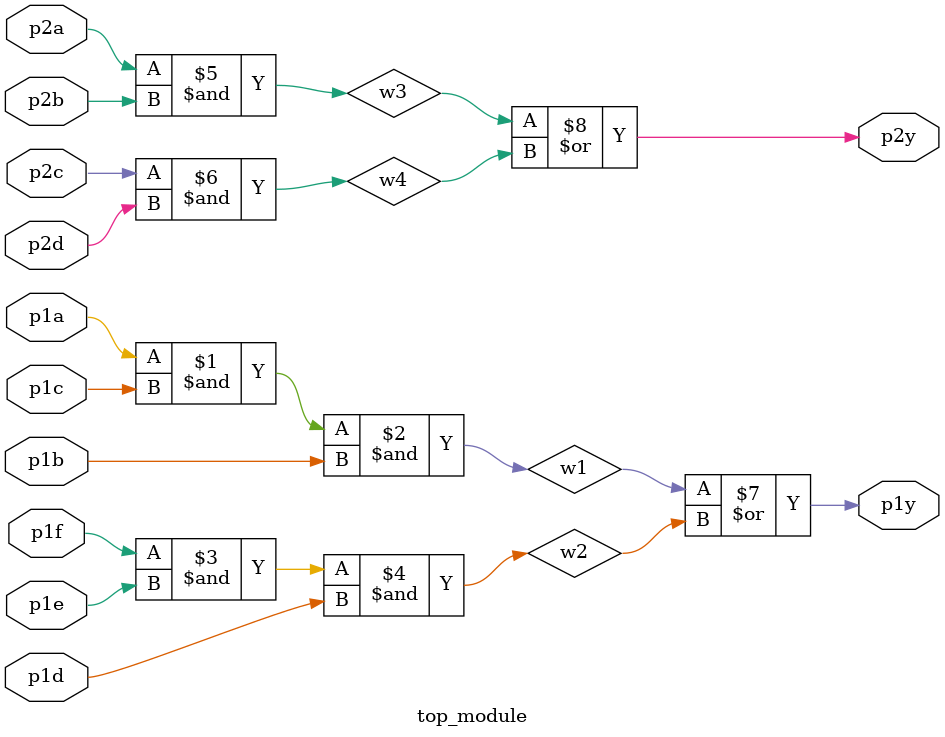
<source format=v>
module top_module ( 
    input p1a, p1b, p1c, p1d, p1e, p1f,
    output p1y,
    input p2a, p2b, p2c, p2d,
    output p2y );
    
//assign p1y = (p1a&p1c&p1b) | (p1f&p1e&p1d);
//assign p2y = (p2a&p2b) | (p2c&p2d);

    //always @(*) begin
    //	p1y = (p1a&p1c&p1b) | (p1f&p1e&p1d);
    //	p2y = (p2a&p2b) | (p2c&p2d);
    //end

wire w1,w2,w3,w4;

assign w1 = p1a&p1c&p1b;
assign w2 = p1f&p1e&p1d;

assign w3 = p2a&p2b;
assign w4 = p2c&p2d;
    
or(p1y,w1,w2);
or(p2y,w3,w4);

// assign p1y = w1|w2;
// assign p2y = w3|w4;
    
endmodule
</source>
